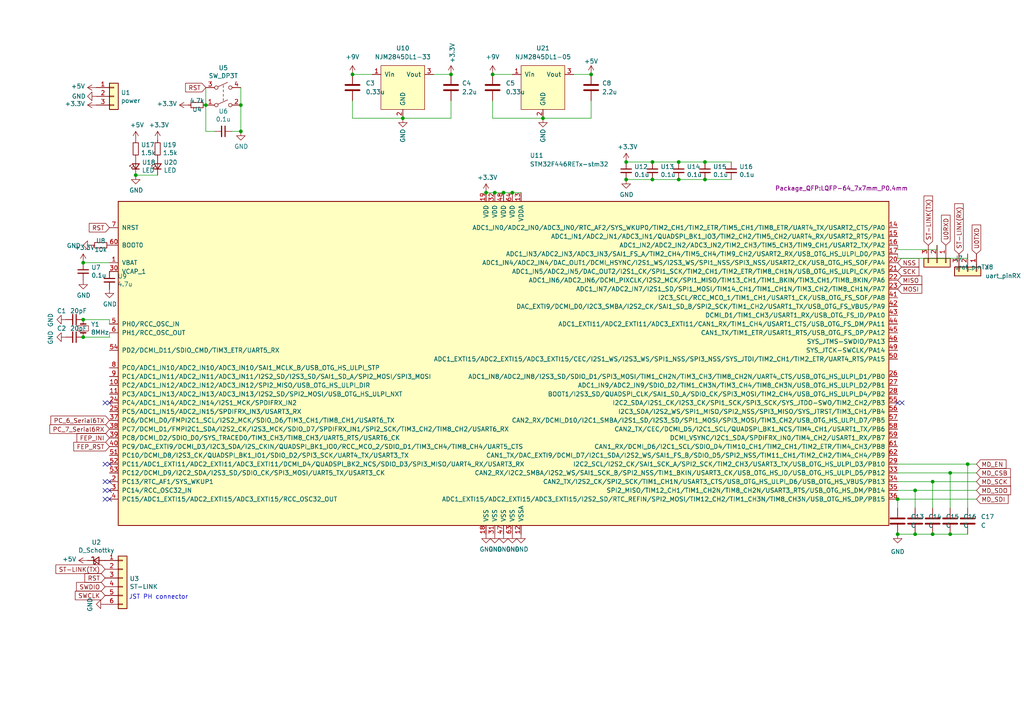
<source format=kicad_sch>
(kicad_sch (version 20230121) (generator eeschema)
  (paper "A4")
  (lib_symbols
    (symbol "+5V_1" (power) (pin_names (offset 0))
      (property "Value" "+5V_1" (at 0 3.556 0))
      (symbol "+5V_1_0_1"
        (polyline (pts (xy -0.762 1.27) (xy 0 2.54)))
        (polyline (pts (xy 0 0) (xy 0 2.54)))
        (polyline (pts (xy 0 2.54) (xy 0.762 1.27)))
      )
      (symbol "+5V_1_1_1"
        (pin power_in line (at 0 0 90) (length 0) hide (name "+5V") (number "1"))
      )
    )
    (symbol "+9V_2" (power) (pin_names (offset 0))
      (property "Value" "+9V_2" (at 0 3.556 0))
      (symbol "+9V_2_0_1"
        (polyline (pts (xy -0.762 1.27) (xy 0 2.54)))
        (polyline (pts (xy 0 0) (xy 0 2.54)))
        (polyline (pts (xy 0 2.54) (xy 0.762 1.27)))
      )
      (symbol "+9V_2_1_1"
        (pin power_in line (at 0 0 90) (length 0) hide (name "+9V") (number "1"))
      )
    )
    (symbol "Connector_Generic:Conn_01x03" (pin_names (offset 1.016) hide)
      (property "Reference" "J" (at 0 5.08 0))
      (property "Value" "Conn_01x03" (at 0 -5.08 0))
      (symbol "Conn_01x03_1_1"
        (rectangle (start -1.27 -2.413) (end 0 -2.667) (stroke (width 0.1524)))
        (rectangle (start -1.27 0.127) (end 0 -0.127) (stroke (width 0.1524)))
        (rectangle (start -1.27 2.667) (end 0 2.413) (stroke (width 0.1524)))
        (rectangle (start -1.27 3.81) (end 1.27 -3.81) (stroke (width 0.254)) (fill (type background)))
        (pin passive line (at -5.08 2.54 0) (length 3.81) (name "Pin_1") (number "1"))
        (pin passive line (at -5.08 0 0) (length 3.81) (name "Pin_2") (number "2"))
        (pin passive line (at -5.08 -2.54 0) (length 3.81) (name "Pin_3") (number "3"))
      )
    )
    (symbol "Connector_Generic:Conn_01x06" (pin_names (offset 1.016) hide)
      (property "Reference" "J" (at 0 7.62 0))
      (property "Value" "Conn_01x06" (at 0 -10.16 0))
      (symbol "Conn_01x06_1_1"
        (rectangle (start -1.27 -7.493) (end 0 -7.747) (stroke (width 0.1524)))
        (rectangle (start -1.27 -4.953) (end 0 -5.207) (stroke (width 0.1524)))
        (rectangle (start -1.27 -2.413) (end 0 -2.667) (stroke (width 0.1524)))
        (rectangle (start -1.27 0.127) (end 0 -0.127) (stroke (width 0.1524)))
        (rectangle (start -1.27 2.667) (end 0 2.413) (stroke (width 0.1524)))
        (rectangle (start -1.27 5.207) (end 0 4.953) (stroke (width 0.1524)))
        (rectangle (start -1.27 6.35) (end 1.27 -8.89) (stroke (width 0.254)) (fill (type background)))
        (pin passive line (at -5.08 5.08 0) (length 3.81) (name "Pin_1") (number "1"))
        (pin passive line (at -5.08 2.54 0) (length 3.81) (name "Pin_2") (number "2"))
        (pin passive line (at -5.08 0 0) (length 3.81) (name "Pin_3") (number "3"))
        (pin passive line (at -5.08 -2.54 0) (length 3.81) (name "Pin_4") (number "4"))
        (pin passive line (at -5.08 -5.08 0) (length 3.81) (name "Pin_5") (number "5"))
        (pin passive line (at -5.08 -7.62 0) (length 3.81) (name "Pin_6") (number "6"))
      )
    )
    (symbol "Device:C" (pin_numbers hide) (pin_names (offset 0.254))
      (property "Reference" "C" (at 0.635 2.54 0))
      (property "Value" "C" (at 0.635 -2.54 0))
      (symbol "C_0_1"
        (polyline (pts (xy -2.032 -0.762) (xy 2.032 -0.762)) (stroke (width 0.508)))
        (polyline (pts (xy -2.032 0.762) (xy 2.032 0.762)) (stroke (width 0.508)))
      )
      (symbol "C_1_1"
        (pin passive line (at 0 3.81 270) (length 2.794) (name "~") (number "1"))
        (pin passive line (at 0 -3.81 90) (length 2.794) (name "~") (number "2"))
      )
    )
    (symbol "Device:C_Small" (pin_numbers hide) (pin_names (offset 0.254) hide)
      (property "Reference" "C" (at 0.254 1.778 0))
      (property "Value" "C_Small" (at 0.254 -2.032 0))
      (symbol "C_Small_0_1"
        (polyline (pts (xy -1.524 -0.508) (xy 1.524 -0.508)) (stroke (width 0.3302)))
        (polyline (pts (xy -1.524 0.508) (xy 1.524 0.508)) (stroke (width 0.3048)))
      )
      (symbol "C_Small_1_1"
        (pin passive line (at 0 2.54 270) (length 2.032) (name "~") (number "1"))
        (pin passive line (at 0 -2.54 90) (length 2.032) (name "~") (number "2"))
      )
    )
    (symbol "Device:Crystal_Small" (pin_numbers hide) (pin_names (offset 1.016) hide)
      (property "Reference" "Y" (at 0 2.54 0))
      (property "Value" "Crystal_Small" (at 0 -2.54 0))
      (symbol "Crystal_Small_0_1"
        (rectangle (start -0.762 -1.524) (end 0.762 1.524))
        (polyline (pts (xy -1.27 -0.762) (xy -1.27 0.762)) (stroke (width 0.381)))
        (polyline (pts (xy 1.27 -0.762) (xy 1.27 0.762)) (stroke (width 0.381)))
      )
      (symbol "Crystal_Small_1_1"
        (pin passive line (at -2.54 0 0) (length 1.27) (name "1") (number "1"))
        (pin passive line (at 2.54 0 180) (length 1.27) (name "2") (number "2"))
      )
    )
    (symbol "Device:D_Schottky_Small" (pin_numbers hide) (pin_names (offset 0.254) hide)
      (property "Reference" "D" (at -1.27 2.032 0))
      (property "Value" "D_Schottky_Small" (at -7.112 -2.032 0))
      (symbol "D_Schottky_Small_0_1"
        (polyline (pts (xy -0.762 0) (xy 0.762 0)))
        (polyline (pts (xy 0.762 -1.016) (xy -0.762 0) (xy 0.762 1.016) (xy 0.762 -1.016)) (stroke (width 0.254)))
        (polyline (pts (xy -1.27 0.762) (xy -1.27 1.016) (xy -0.762 1.016) (xy -0.762 -1.016) (xy -0.254 -1.016) (xy -0.254 -0.762)) (stroke (width 0.254)))
      )
      (symbol "D_Schottky_Small_1_1"
        (pin passive line (at -2.54 0 0) (length 1.778) (name "K") (number "1"))
        (pin passive line (at 2.54 0 180) (length 1.778) (name "A") (number "2"))
      )
    )
    (symbol "Device:LED_Small" (pin_numbers hide) (pin_names (offset 0.254) hide)
      (property "Reference" "D" (at -1.27 3.175 0))
      (property "Value" "LED_Small" (at -4.445 -2.54 0))
      (symbol "LED_Small_0_1"
        (polyline (pts (xy -0.762 -1.016) (xy -0.762 1.016)) (stroke (width 0.254)))
        (polyline (pts (xy 1.016 0) (xy -0.762 0)))
        (polyline (pts (xy 0.762 -1.016) (xy -0.762 0) (xy 0.762 1.016) (xy 0.762 -1.016)) (stroke (width 0.254)))
        (polyline (pts (xy 0 0.762) (xy -0.508 1.27) (xy -0.254 1.27) (xy -0.508 1.27) (xy -0.508 1.016)))
        (polyline (pts (xy 0.508 1.27) (xy 0 1.778) (xy 0.254 1.778) (xy 0 1.778) (xy 0 1.524)))
      )
      (symbol "LED_Small_1_1"
        (pin passive line (at -2.54 0 0) (length 1.778) (name "K") (number "1"))
        (pin passive line (at 2.54 0 180) (length 1.778) (name "A") (number "2"))
      )
    )
    (symbol "Device:R_Small" (pin_numbers hide) (pin_names (offset 0.254) hide)
      (property "Reference" "R" (at 0.762 0.508 0))
      (property "Value" "R_Small" (at 0.762 -1.016 0))
      (symbol "R_Small_0_1"
        (rectangle (start -0.762 1.778) (end 0.762 -1.778) (stroke (width 0.2032)))
      )
      (symbol "R_Small_1_1"
        (pin passive line (at 0 2.54 270) (length 0.762) (name "~") (number "1"))
        (pin passive line (at 0 -2.54 90) (length 0.762) (name "~") (number "2"))
      )
    )
    (symbol "NagaokaSymbol2023:NJM2845DL1-33_new" (pin_names (offset 1.016))
      (property "Reference" "U" (at 7.62 3.81 0))
      (property "Value" "NJM2845DL1-33_new" (at 8.89 1.27 0))
      (symbol "NJM2845DL1-33_new_0_1"
        (rectangle (start 15.24 0) (end 2.54 -12.7) (fill (type background)))
      )
      (symbol "NJM2845DL1-33_new_1_1"
        (pin passive line (at 0 -2.54 0) (length 2.54) (name "Vin") (number "1"))
        (pin passive line (at 8.89 -15.24 90) (length 2.54) (name "GND") (number "2"))
        (pin passive line (at 17.78 -2.54 180) (length 2.54) (name "Vout") (number "3"))
      )
    )
    (symbol "Switch:SW_DPST" (pin_names (offset 0) hide)
      (property "Reference" "SW" (at 0 5.08 0))
      (property "Value" "SW_DPST" (at 0 -5.08 0))
      (symbol "SW_DPST_0_0"
        (circle (center -2.032 -2.54) (radius 0.508))
        (circle (center -2.032 2.54) (radius 0.508))
        (polyline (pts (xy -1.524 -2.286) (xy 1.27 -1.016)))
        (polyline (pts (xy -1.524 2.794) (xy 1.27 4.064)))
        (polyline (pts (xy 0 -1.27) (xy 0 -0.635)))
        (polyline (pts (xy 0 0) (xy 0 0.635)))
        (polyline (pts (xy 0 1.27) (xy 0 1.905)))
        (polyline (pts (xy 0 2.54) (xy 0 3.175)))
        (circle (center 2.032 -2.54) (radius 0.508))
        (circle (center 2.032 2.54) (radius 0.508))
      )
      (symbol "SW_DPST_1_1"
        (pin passive line (at -5.08 -2.54 0) (length 2.54) (name "1") (number "1"))
        (pin passive line (at 5.08 -2.54 180) (length 2.54) (name "2") (number "2"))
        (pin passive line (at -5.08 2.54 0) (length 2.54) (name "3") (number "3"))
        (pin passive line (at 5.08 2.54 180) (length 2.54) (name "4") (number "4"))
      )
    )
    (symbol "Symbol_Monkey:NJM2845DL1-33" (pin_names (offset 1.016))
      (property "Reference" "U" (at 7.62 3.81 0))
      (property "Value" "NJM2845DL1-33" (at 8.89 1.27 0))
      (symbol "NJM2845DL1-33_0_1"
        (rectangle (start 15.24 0) (end 2.54 -12.7) (fill (type background)))
      )
      (symbol "NJM2845DL1-33_1_1"
        (pin passive line (at 0 -2.54 0) (length 2.54) (name "Vin") (number "1"))
        (pin passive line (at 8.89 -15.24 90) (length 2.54) (name "GND") (number "2"))
        (pin passive line (at 17.78 -2.54 180) (length 2.54) (name "Vout") (number "3"))
      )
    )
    (symbol "Symbol_nishi:STM32F446RETx-stm32" (pin_names (offset 1.016))
      (property "Reference" "U" (at -111.76 48.895 0))
      (property "Value" "STM32F446RETx-stm32" (at 111.76 48.895 0))
      (property "Footprint" "LQFP64" (at 111.76 47.625 0))
      (symbol "STM32F446RETx-stm32_0_1"
        (rectangle (start -111.76 -45.72) (end 111.76 48.26) (stroke (width 0.254)) (fill (type background)))
      )
      (symbol "STM32F446RETx-stm32_1_1"
        (pin power_in line (at -114.3 30.48 0) (length 2.54) (name "VBAT") (number "1"))
        (pin bidirectional line (at -114.3 -5.08 0) (length 2.54) (name "PC2/ADC1_IN12/ADC2_IN12/ADC3_IN12/SPI2_MISO/USB_OTG_HS_ULPI_DIR") (number "10"))
        (pin bidirectional line (at -114.3 -7.62 0) (length 2.54) (name "PC3/ADC1_IN13/ADC2_IN13/ADC3_IN13/I2S2_SD/SPI2_MOSI/USB_OTG_HS_ULPI_NXT") (number "11"))
        (pin power_in line (at 5.08 -48.26 90) (length 2.54) (name "VSSA") (number "12"))
        (pin power_in line (at 5.08 50.8 270) (length 2.54) (name "VDDA") (number "13"))
        (pin bidirectional line (at 114.3 40.64 180) (length 2.54) (name "ADC1_IN0/ADC2_IN0/ADC3_IN0/RTC_AF2/SYS_WKUP0/TIM2_CH1/TIM2_ETR/TIM5_CH1/TIM8_ETR/UART4_TX/USART2_CTS/PA0") (number "14"))
        (pin bidirectional line (at 114.3 38.1 180) (length 2.54) (name "ADC1_IN1/ADC2_IN1/ADC3_IN1/QUADSPI_BK1_IO3/TIM2_CH2/TIM5_CH2/UART4_RX/USART2_RTS/PA1") (number "15"))
        (pin bidirectional line (at 114.3 35.56 180) (length 2.54) (name "ADC1_IN2/ADC2_IN2/ADC3_IN2/TIM2_CH3/TIM5_CH3/TIM9_CH1/USART2_TX/PA2") (number "16"))
        (pin bidirectional line (at 114.3 33.02 180) (length 2.54) (name "ADC1_IN3/ADC2_IN3/ADC3_IN3/SAI1_FS_A/TIM2_CH4/TIM5_CH4/TIM9_CH2/USART2_RX/USB_OTG_HS_ULPI_D0/PA3") (number "17"))
        (pin power_in line (at -5.08 -48.26 90) (length 2.54) (name "VSS") (number "18"))
        (pin power_in line (at -5.08 50.8 270) (length 2.54) (name "VDD") (number "19"))
        (pin bidirectional line (at -114.3 -33.02 0) (length 2.54) (name "PC13/RTC_AF1/SYS_WKUP1") (number "2"))
        (pin bidirectional line (at 114.3 30.48 180) (length 2.54) (name "ADC1_IN4/ADC2_IN4/DAC_OUT1/DCMI_HSYNC/I2S1_WS/I2S3_WS/SPI1_NSS/SPI3_NSS/USART2_CK/USB_OTG_HS_SOF/PA4") (number "20"))
        (pin bidirectional line (at 114.3 27.94 180) (length 2.54) (name "ADC1_IN5/ADC2_IN5/DAC_OUT2/I2S1_CK/SPI1_SCK/TIM2_CH1/TIM2_ETR/TIM8_CH1N/USB_OTG_HS_ULPI_CK/PA5") (number "21"))
        (pin bidirectional line (at 114.3 25.4 180) (length 2.54) (name "ADC1_IN6/ADC2_IN6/DCMI_PIXCLK/I2S2_MCK/SPI1_MISO/TIM13_CH1/TIM1_BKIN/TIM3_CH1/TIM8_BKIN/PA6") (number "22"))
        (pin bidirectional line (at 114.3 22.86 180) (length 2.54) (name "ADC1_IN7/ADC2_IN7/I2S1_SD/SPI1_MOSI/TIM14_CH1/TIM1_CH1N/TIM3_CH2/TIM8_CH1N/PA7") (number "23"))
        (pin bidirectional line (at -114.3 -10.16 0) (length 2.54) (name "PC4/ADC1_IN14/ADC2_IN14/I2S1_MCK/SPDIFRX_IN2") (number "24"))
        (pin bidirectional line (at -114.3 -12.7 0) (length 2.54) (name "PC5/ADC1_IN15/ADC2_IN15/SPDIFRX_IN3/USART3_RX") (number "25"))
        (pin bidirectional line (at 114.3 -2.54 180) (length 2.54) (name "ADC1_IN8/ADC2_IN8/I2S3_SD/SDIO_D1/SPI3_MOSI/TIM1_CH2N/TIM3_CH3/TIM8_CH2N/UART4_CTS/USB_OTG_HS_ULPI_D1/PB0") (number "26"))
        (pin bidirectional line (at 114.3 -5.08 180) (length 2.54) (name "ADC1_IN9/ADC2_IN9/SDIO_D2/TIM1_CH3N/TIM3_CH4/TIM8_CH3N/USB_OTG_HS_ULPI_D2/PB1") (number "27"))
        (pin bidirectional line (at 114.3 -7.62 180) (length 2.54) (name "BOOT1/I2S3_SD/QUADSPI_CLK/SAI1_SD_A/SDIO_CK/SPI3_MOSI/TIM2_CH4/USB_OTG_HS_ULPI_D4/PB2") (number "28"))
        (pin bidirectional line (at 114.3 -27.94 180) (length 2.54) (name "I2C2_SCL/I2S2_CK/SAI1_SCK_A/SPI2_SCK/TIM2_CH3/USART3_TX/USB_OTG_HS_ULPI_D3/PB10") (number "29"))
        (pin bidirectional line (at -114.3 -35.56 0) (length 2.54) (name "PC14/RCC_OSC32_IN") (number "3"))
        (pin power_in line (at -114.3 27.94 0) (length 2.54) (name "VCAP_1") (number "30"))
        (pin power_in line (at -2.54 -48.26 90) (length 2.54) (name "VSS") (number "31"))
        (pin power_in line (at -2.54 50.8 270) (length 2.54) (name "VDD") (number "32"))
        (pin bidirectional line (at 114.3 -30.48 180) (length 2.54) (name "CAN2_RX/I2C2_SMBA/I2S2_WS/SAI1_SCK_B/SPI2_NSS/TIM1_BKIN/USART3_CK/USB_OTG_HS_ID/USB_OTG_HS_ULPI_D5/PB12") (number "33"))
        (pin bidirectional line (at 114.3 -33.02 180) (length 2.54) (name "CAN2_TX/I2S2_CK/SPI2_SCK/TIM1_CH1N/USART3_CTS/USB_OTG_HS_ULPI_D6/USB_OTG_HS_VBUS/PB13") (number "34"))
        (pin bidirectional line (at 114.3 -35.56 180) (length 2.54) (name "SPI2_MISO/TIM12_CH1/TIM1_CH2N/TIM8_CH2N/USART3_RTS/USB_OTG_HS_DM/PB14") (number "35"))
        (pin bidirectional line (at 114.3 -38.1 180) (length 2.54) (name "ADC1_EXTI15/ADC2_EXTI15/ADC3_EXTI15/I2S2_SD/RTC_REFIN/SPI2_MOSI/TIM12_CH2/TIM1_CH3N/TIM8_CH3N/USB_OTG_HS_DP/PB15") (number "36"))
        (pin bidirectional line (at -114.3 -15.24 0) (length 2.54) (name "PC6/DCMI_D0/FMPI2C1_SCL/I2S2_MCK/SDIO_D6/TIM3_CH1/TIM8_CH1/USART6_TX") (number "37"))
        (pin bidirectional line (at -114.3 -17.78 0) (length 2.54) (name "PC7/DCMI_D1/FMPI2C1_SDA/I2S2_CK/I2S3_MCK/SDIO_D7/SPDIFRX_IN1/SPI2_SCK/TIM3_CH2/TIM8_CH2/USART6_RX") (number "38"))
        (pin bidirectional line (at -114.3 -20.32 0) (length 2.54) (name "PC8/DCMI_D2/SDIO_D0/SYS_TRACED0/TIM3_CH3/TIM8_CH3/UART5_RTS/USART6_CK") (number "39"))
        (pin bidirectional line (at -114.3 -38.1 0) (length 2.54) (name "PC15/ADC1_EXTI15/ADC2_EXTI15/ADC3_EXTI15/RCC_OSC32_OUT") (number "4"))
        (pin bidirectional line (at -114.3 -22.86 0) (length 2.54) (name "PC9/DAC_EXTI9/DCMI_D3/I2C3_SDA/I2S_CKIN/QUADSPI_BK1_IO0/RCC_MCO_2/SDIO_D1/TIM3_CH4/TIM8_CH4/UART5_CTS") (number "40"))
        (pin bidirectional line (at 114.3 20.32 180) (length 2.54) (name "I2C3_SCL/RCC_MCO_1/TIM1_CH1/USART1_CK/USB_OTG_FS_SOF/PA8") (number "41"))
        (pin bidirectional line (at 114.3 17.78 180) (length 2.54) (name "DAC_EXTI9/DCMI_D0/I2C3_SMBA/I2S2_CK/SAI1_SD_B/SPI2_SCK/TIM1_CH2/USART1_TX/USB_OTG_FS_VBUS/PA9") (number "42"))
        (pin bidirectional line (at 114.3 15.24 180) (length 2.54) (name "DCMI_D1/TIM1_CH3/USART1_RX/USB_OTG_FS_ID/PA10") (number "43"))
        (pin bidirectional line (at 114.3 12.7 180) (length 2.54) (name "ADC1_EXTI11/ADC2_EXTI11/ADC3_EXTI11/CAN1_RX/TIM1_CH4/USART1_CTS/USB_OTG_FS_DM/PA11") (number "44"))
        (pin bidirectional line (at 114.3 10.16 180) (length 2.54) (name "CAN1_TX/TIM1_ETR/USART1_RTS/USB_OTG_FS_DP/PA12") (number "45"))
        (pin bidirectional line (at 114.3 7.62 180) (length 2.54) (name "SYS_JTMS-SWDIO/PA13") (number "46"))
        (pin power_in line (at 0 -48.26 90) (length 2.54) (name "VSS") (number "47"))
        (pin power_in line (at 0 50.8 270) (length 2.54) (name "VDD") (number "48"))
        (pin bidirectional line (at 114.3 5.08 180) (length 2.54) (name "SYS_JTCK-SWCLK/PA14") (number "49"))
        (pin input line (at -114.3 12.7 0) (length 2.54) (name "PH0/RCC_OSC_IN") (number "5"))
        (pin bidirectional line (at 114.3 2.54 180) (length 2.54) (name "ADC1_EXTI15/ADC2_EXTI15/ADC3_EXTI15/CEC/I2S1_WS/I2S3_WS/SPI1_NSS/SPI3_NSS/SYS_JTDI/TIM2_CH1/TIM2_ETR/UART4_RTS/PA15") (number "50"))
        (pin bidirectional line (at -114.3 -25.4 0) (length 2.54) (name "PC10/DCMI_D8/I2S3_CK/QUADSPI_BK1_IO1/SDIO_D2/SPI3_SCK/UART4_TX/USART3_TX") (number "51"))
        (pin bidirectional line (at -114.3 -27.94 0) (length 2.54) (name "PC11/ADC1_EXTI11/ADC2_EXTI11/ADC3_EXTI11/DCMI_D4/QUADSPI_BK2_NCS/SDIO_D3/SPI3_MISO/UART4_RX/USART3_RX") (number "52"))
        (pin bidirectional line (at -114.3 -30.48 0) (length 2.54) (name "PC12/DCMI_D9/I2C2_SDA/I2S3_SD/SDIO_CK/SPI3_MOSI/UART5_TX/USART3_CK") (number "53"))
        (pin bidirectional line (at -114.3 5.08 0) (length 2.54) (name "PD2/DCMI_D11/SDIO_CMD/TIM3_ETR/UART5_RX") (number "54"))
        (pin bidirectional line (at 114.3 -10.16 180) (length 2.54) (name "I2C2_SDA/I2S1_CK/I2S3_CK/SPI1_SCK/SPI3_SCK/SYS_JTDO-SWO/TIM2_CH2/PB3") (number "55"))
        (pin bidirectional line (at 114.3 -12.7 180) (length 2.54) (name "I2C3_SDA/I2S2_WS/SPI1_MISO/SPI2_NSS/SPI3_MISO/SYS_JTRST/TIM3_CH1/PB4") (number "56"))
        (pin bidirectional line (at 114.3 -15.24 180) (length 2.54) (name "CAN2_RX/DCMI_D10/I2C1_SMBA/I2S1_SD/I2S3_SD/SPI1_MOSI/SPI3_MOSI/TIM3_CH2/USB_OTG_HS_ULPI_D7/PB5") (number "57"))
        (pin bidirectional line (at 114.3 -17.78 180) (length 2.54) (name "CAN2_TX/CEC/DCMI_D5/I2C1_SCL/QUADSPI_BK1_NCS/TIM4_CH1/USART1_TX/PB6") (number "58"))
        (pin bidirectional line (at 114.3 -20.32 180) (length 2.54) (name "DCMI_VSYNC/I2C1_SDA/SPDIFRX_IN0/TIM4_CH2/USART1_RX/PB7") (number "59"))
        (pin input line (at -114.3 10.16 0) (length 2.54) (name "PH1/RCC_OSC_OUT") (number "6"))
        (pin input line (at -114.3 35.56 0) (length 2.54) (name "BOOT0") (number "60"))
        (pin bidirectional line (at 114.3 -22.86 180) (length 2.54) (name "CAN1_RX/DCMI_D6/I2C1_SCL/SDIO_D4/TIM10_CH1/TIM2_CH1/TIM2_ETR/TIM4_CH3/PB8") (number "61"))
        (pin bidirectional line (at 114.3 -25.4 180) (length 2.54) (name "CAN1_TX/DAC_EXTI9/DCMI_D7/I2C1_SDA/I2S2_WS/SAI1_FS_B/SDIO_D5/SPI2_NSS/TIM11_CH1/TIM2_CH2/TIM4_CH4/PB9") (number "62"))
        (pin power_in line (at 2.54 -48.26 90) (length 2.54) (name "VSS") (number "63"))
        (pin power_in line (at 2.54 50.8 270) (length 2.54) (name "VDD") (number "64"))
        (pin input line (at -114.3 40.64 0) (length 2.54) (name "NRST") (number "7"))
        (pin bidirectional line (at -114.3 0 0) (length 2.54) (name "PC0/ADC1_IN10/ADC2_IN10/ADC3_IN10/SAI1_MCLK_B/USB_OTG_HS_ULPI_STP") (number "8"))
        (pin bidirectional line (at -114.3 -2.54 0) (length 2.54) (name "PC1/ADC1_IN11/ADC2_IN11/ADC3_IN11/I2S2_SD/I2S3_SD/SAI1_SD_A/SPI2_MOSI/SPI3_MOSI") (number "9"))
      )
    )
    (symbol "power:+3.3V" (power) (pin_names (offset 0))
      (property "Value" "+3.3V" (at 0 3.556 0))
      (symbol "+3.3V_0_1"
        (polyline (pts (xy -0.762 1.27) (xy 0 2.54)))
        (polyline (pts (xy 0 0) (xy 0 2.54)))
        (polyline (pts (xy 0 2.54) (xy 0.762 1.27)))
      )
      (symbol "+3.3V_1_1"
        (pin power_in line (at 0 0 90) (length 0) hide (name "+3.3V") (number "1"))
      )
    )
    (symbol "power:+5V" (power) (pin_names (offset 0))
      (property "Value" "+5V" (at 0 3.556 0))
      (symbol "+5V_0_1"
        (polyline (pts (xy -0.762 1.27) (xy 0 2.54)))
        (polyline (pts (xy 0 0) (xy 0 2.54)))
        (polyline (pts (xy 0 2.54) (xy 0.762 1.27)))
      )
      (symbol "+5V_1_1"
        (pin power_in line (at 0 0 90) (length 0) hide (name "+5V") (number "1"))
      )
    )
    (symbol "power:GND" (power) (pin_names (offset 0))
      (property "Value" "GND" (at 0 -3.81 0))
      (symbol "GND_0_1"
        (polyline (pts (xy 0 0) (xy 0 -1.27) (xy 1.27 -1.27) (xy 0 -2.54) (xy -1.27 -1.27) (xy 0 -1.27)))
      )
      (symbol "GND_1_1"
        (pin power_in line (at 0 0 270) (length 0) hide (name "GND") (number "1"))
      )
    )
  )
  (junction (at 275.59 154.94))
  (junction (at 196.85 46.99))
  (junction (at 260.35 154.94))
  (junction (at 265.43 154.94))
  (junction (at 265.43 142.24))
  (junction (at 148.59 55.88))
  (junction (at 270.51 154.94))
  (junction (at 24.13 76.2))
  (junction (at 270.51 139.7))
  (junction (at 130.81 21.59))
  (junction (at 142.875 21.59))
  (junction (at 181.61 46.99))
  (junction (at 146.05 55.88))
  (junction (at 204.47 52.07))
  (junction (at 189.23 46.99))
  (junction (at 39.37 50.8))
  (junction (at 157.48 34.29))
  (junction (at 24.13 92.71))
  (junction (at 140.97 55.88))
  (junction (at 181.61 52.07))
  (junction (at 69.85 30.48))
  (junction (at 280.67 134.62))
  (junction (at 69.85 38.1))
  (junction (at 59.69 30.48))
  (junction (at 204.47 46.99))
  (junction (at 24.13 97.79))
  (junction (at 171.45 21.59))
  (junction (at 189.23 52.07))
  (junction (at 102.235 21.59))
  (junction (at 196.85 52.07))
  (junction (at 143.51 55.88))
  (junction (at 260.35 144.78))
  (junction (at 116.84 34.29))
  (junction (at 275.59 137.16))
  (no_connect (at 31.75 116.84))
  (no_connect (at 30.48 144.78))
  (no_connect (at 261.62 116.84))
  (no_connect (at 31.75 134.62))
  (no_connect (at 30.48 142.24))
  (no_connect (at 30.48 116.84))
  (no_connect (at 30.48 134.62))
  (no_connect (at 31.75 144.78))
  (no_connect (at 30.48 139.7))
  (no_connect (at 31.75 139.7))
  (no_connect (at 31.75 142.24))
  (no_connect (at 260.35 116.84))
  (wire (pts (xy 69.85 25.4) (xy 69.85 30.48)))
  (wire (pts (xy 102.235 21.59) (xy 107.95 21.59)))
  (wire (pts (xy 69.85 30.48) (xy 69.85 38.1)))
  (wire (pts (xy 275.59 147.32) (xy 275.59 137.16)))
  (wire (pts (xy 271.78 72.39) (xy 271.78 71.12)))
  (wire (pts (xy 171.45 21.59) (xy 166.37 21.59)))
  (wire (pts (xy 31.75 92.71) (xy 24.13 92.71)))
  (wire (pts (xy 142.875 29.21) (xy 142.875 34.29)))
  (wire (pts (xy 171.45 29.21) (xy 171.45 34.29)))
  (wire (pts (xy 148.59 55.88) (xy 151.13 55.88)))
  (wire (pts (xy 204.47 52.07) (xy 196.85 52.07)))
  (wire (pts (xy 270.51 147.32) (xy 270.51 139.7)))
  (wire (pts (xy 270.51 154.94) (xy 275.59 154.94)))
  (wire (pts (xy 31.75 97.79) (xy 31.75 96.52)))
  (wire (pts (xy 275.59 154.94) (xy 280.67 154.94)))
  (wire (pts (xy 59.69 38.1) (xy 62.23 38.1)))
  (wire (pts (xy 280.67 134.62) (xy 283.21 134.62)))
  (wire (pts (xy 275.59 137.16) (xy 283.21 137.16)))
  (wire (pts (xy 260.35 144.78) (xy 283.21 144.78)))
  (wire (pts (xy 102.235 34.29) (xy 116.84 34.29)))
  (wire (pts (xy 143.51 55.88) (xy 146.05 55.88)))
  (wire (pts (xy 24.13 97.79) (xy 31.75 97.79)))
  (wire (pts (xy 260.35 134.62) (xy 280.67 134.62)))
  (wire (pts (xy 31.75 76.2) (xy 24.13 76.2)))
  (wire (pts (xy 69.85 38.1) (xy 67.31 38.1)))
  (wire (pts (xy 265.43 154.94) (xy 270.51 154.94)))
  (wire (pts (xy 130.81 34.29) (xy 116.84 34.29)))
  (wire (pts (xy 140.97 55.88) (xy 143.51 55.88)))
  (wire (pts (xy 260.35 71.12) (xy 260.35 72.39)))
  (wire (pts (xy 196.85 46.99) (xy 189.23 46.99)))
  (wire (pts (xy 102.235 29.21) (xy 102.235 34.29)))
  (wire (pts (xy 260.35 137.16) (xy 275.59 137.16)))
  (wire (pts (xy 59.69 30.48) (xy 59.69 38.1)))
  (wire (pts (xy 280.67 134.62) (xy 280.67 147.32)))
  (wire (pts (xy 260.35 147.32) (xy 260.35 144.78)))
  (wire (pts (xy 260.35 74.93) (xy 280.67 74.93)))
  (wire (pts (xy 142.875 34.29) (xy 157.48 34.29)))
  (wire (pts (xy 125.73 21.59) (xy 130.81 21.59)))
  (wire (pts (xy 280.67 74.93) (xy 280.67 73.66)))
  (wire (pts (xy 260.35 74.93) (xy 260.35 73.66)))
  (wire (pts (xy 142.875 21.59) (xy 148.59 21.59)))
  (wire (pts (xy 146.05 55.88) (xy 148.59 55.88)))
  (wire (pts (xy 270.51 139.7) (xy 283.21 139.7)))
  (wire (pts (xy 265.43 142.24) (xy 265.43 147.32)))
  (wire (pts (xy 130.81 29.21) (xy 130.81 34.29)))
  (wire (pts (xy 260.35 139.7) (xy 270.51 139.7)))
  (wire (pts (xy 157.48 34.29) (xy 171.45 34.29)))
  (wire (pts (xy 260.35 142.24) (xy 265.43 142.24)))
  (wire (pts (xy 181.61 46.99) (xy 189.23 46.99)))
  (wire (pts (xy 181.61 52.07) (xy 189.23 52.07)))
  (wire (pts (xy 265.43 142.24) (xy 283.21 142.24)))
  (wire (pts (xy 196.85 52.07) (xy 189.23 52.07)))
  (wire (pts (xy 59.69 25.4) (xy 59.69 30.48)))
  (wire (pts (xy 31.75 93.98) (xy 31.75 92.71)))
  (wire (pts (xy 212.09 52.07) (xy 204.47 52.07)))
  (wire (pts (xy 39.37 50.8) (xy 45.72 50.8)))
  (wire (pts (xy 212.09 46.99) (xy 204.47 46.99)))
  (wire (pts (xy 204.47 46.99) (xy 196.85 46.99)))
  (wire (pts (xy 260.35 154.94) (xy 265.43 154.94)))
  (wire (pts (xy 260.35 72.39) (xy 271.78 72.39)))
  (text "JST PH connector" (at 54.61 173.99 0) (effects (font (size 1.27 1.27)) (justify right bottom)))
  (global_label "SCK" (shape input) (at 260.35 78.74 0) (property "Intersheetrefs" "${INTERSHEET_REFS}" (effects hide)))
  (global_label "MOSI" (shape input) (at 260.35 83.82 0) (property "Intersheetrefs" "${INTERSHEET_REFS}" (effects hide)))
  (global_label "SWCLK" (shape input) (at 30.48 172.72 180) (property "Intersheetrefs" "${INTERSHEET_REFS}" (effects hide)))
  (global_label "MD_SDI" (shape input) (at 283.21 144.78 0) (property "Intersheetrefs" "${INTERSHEET_REFS}" (effects hide)))
  (global_label "NSS" (shape input) (at 260.35 76.2 0) (property "Intersheetrefs" "${INTERSHEET_REFS}" (effects hide)))
  (global_label "ST-LINK(RX)" (shape input) (at 278.13 73.66 90) (property "Intersheetrefs" "${INTERSHEET_REFS}" (effects hide)))
  (global_label "ST-LINK(TX)" (shape input) (at 30.48 165.1 180) (property "Intersheetrefs" "${INTERSHEET_REFS}" (effects hide)))
  (global_label "MD_CSB" (shape input) (at 283.21 137.16 0) (property "Intersheetrefs" "${INTERSHEET_REFS}" (effects hide)))
  (global_label "FEP_INI" (shape input) (at 31.75 127 180) (property "Intersheetrefs" "${INTERSHEET_REFS}" (effects hide)))
  (global_label "ST-LINK(TX)" (shape input) (at 269.24 71.12 90) (property "Intersheetrefs" "${INTERSHEET_REFS}" (effects hide)))
  (global_label "MD_SDO" (shape input) (at 283.21 142.24 0) (property "Intersheetrefs" "${INTERSHEET_REFS}" (effects hide)))
  (global_label "MD_SCK" (shape input) (at 283.21 139.7 0) (property "Intersheetrefs" "${INTERSHEET_REFS}" (effects hide)))
  (global_label "RST" (shape input) (at 31.75 66.04 180) (property "Intersheetrefs" "${INTERSHEET_REFS}" (effects hide)))
  (global_label "RST" (shape input) (at 59.69 25.4 180) (property "Intersheetrefs" "${INTERSHEET_REFS}" (effects hide)))
  (global_label "MD_EN" (shape input) (at 283.21 134.62 0) (property "Intersheetrefs" "${INTERSHEET_REFS}" (effects hide)))
  (global_label "U0TXD" (shape input) (at 283.21 73.66 90) (property "Intersheetrefs" "${INTERSHEET_REFS}" (effects hide)))
  (global_label "SWDIO" (shape input) (at 30.48 170.18 180) (property "Intersheetrefs" "${INTERSHEET_REFS}" (effects hide)))
  (global_label "PC_6_Serial6TX" (shape input) (at 31.75 121.92 180) (property "Intersheetrefs" "${INTERSHEET_REFS}" (effects hide)) (property "シート間のリファレンス" "${INTERSHEET_REFS}" (effects hide)))
  (global_label "RST" (shape input) (at 30.48 167.64 180) (property "Intersheetrefs" "${INTERSHEET_REFS}" (effects hide)))
  (global_label "MISO" (shape input) (at 260.35 81.28 0) (property "Intersheetrefs" "${INTERSHEET_REFS}" (effects hide)))
  (global_label "PC_7_Serial6RX" (shape input) (at 31.75 124.46 180) (property "Intersheetrefs" "${INTERSHEET_REFS}" (effects hide)) (property "シート間のリファレンス" "${INTERSHEET_REFS}" (effects hide)))
  (global_label "U0RXD" (shape input) (at 274.32 71.12 90) (property "Intersheetrefs" "${INTERSHEET_REFS}" (effects hide)))
  (global_label "FEP_RST" (shape input) (at 31.75 129.54 180) (property "Intersheetrefs" "${INTERSHEET_REFS}" (effects hide)))
  (symbol (lib_id "power:GND") (at 181.61 52.07 0) (unit 1)
    (property "Reference" "#PWR026" (effects hide))
    (property "Value" "GND" (at 181.737 56.4642 0))
    (instances (project "M3rd_main_board" (path "" (reference "#PWR026") (unit 1)) (path "" (reference "#PWR059") (unit 1))))
  )
  (symbol (lib_id "Device:C") (at 171.45 25.4 0) (unit 1)
    (property "Reference" "C8" (at 174.625 24.1299 0) (effects (justify left)))
    (property "Value" "2.2u" (at 174.625 26.6699 0) (effects (justify left)))
    (property "Footprint" "Footprint_nishi:C_0805_2012" (effects hide))
    (instances (project "M3rd_main_board" (path "" (reference "C8") (unit 1)) (path "" (reference "C12") (unit 1))))
  )
  (symbol (lib_id "power:GND") (at 116.84 34.29 0) (unit 1)
    (property "Reference" "#U07" (effects hide))
    (property "Value" "GND" (at 116.84 39.37 90))
    (instances (project "M3rd_main_board" (path "" (reference "#U07") (unit 1)) (path "" (reference "#U08") (unit 1))))
  )
  (symbol (lib_id "Device:D_Schottky_Small") (at 27.94 162.56 0) (unit 1)
    (property "Reference" "U2" (at 27.94 157.3022 0))
    (property "Value" "D_Schottky" (at 27.94 159.6136 0))
    (property "Footprint" "Footprint_nishi:smd_diode_SOD-323_HandSoldering_cus10f30" (effects hide))
    (instances (project "M3rd_main_board" (path "" (reference "U2") (unit 1)) (path "" (reference "U8") (unit 1))))
  )
  (symbol (lib_id "Device:LED_Small") (at 45.72 48.26 90) (unit 1)
    (property "Reference" "U20" (at 47.498 47.0916 90) (effects (justify right)))
    (property "Value" "LED" (at 47.498 49.403 90) (effects (justify right)))
    (property "Footprint" "Footprint_nishi:LED_0603_1608" (effects hide))
    (instances (project "M3rd_main_board" (path "" (reference "U20") (unit 1)) (path "" (reference "U16") (unit 1))))
  )
  (symbol (lib_id "power:GND") (at 27.94 27.94 270) (unit 1)
    (property "Reference" "#U02" (effects hide))
    (property "Value" "GND" (at 22.86 27.94 90))
    (instances (project "M3rd_main_board" (path "" (reference "#U02") (unit 1)) (path "" (reference "#U05") (unit 1))))
  )
  (symbol (lib_id "Symbol_Monkey:NJM2845DL1-33") (at 107.95 19.05 0) (unit 1)
    (property "Reference" "U10" (at 116.84 13.97 0))
    (property "Value" "NJM2845DL1-33" (at 116.84 16.51 0))
    (property "Footprint" "Footprint_nishi:NJM2845DL1-33" (effects hide))
    (instances (project "M3rd_main_board" (path "" (reference "U10") (unit 1)) (path "" (reference "U20") (unit 1))))
  )
  (symbol (lib_id "Device:C_Small") (at 21.59 92.71 270) (unit 1)
    (property "Reference" "C1" (at 16.51 90.17 90) (effects (justify left)))
    (property "Value" "20pF" (at 20.32 90.17 90) (effects (justify left)))
    (property "Footprint" "Footprint_nishi:C_0805_2012" (effects hide))
    (instances (project "M3rd_main_board" (path "" (reference "C1") (unit 1)) (path "" (reference "C7") (unit 1))))
  )
  (symbol (lib_id "Device:C_Small") (at 212.09 49.53 0) (unit 1)
    (property "Reference" "U16" (at 214.4268 48.3616 0) (effects (justify left)))
    (property "Value" "0.1u" (at 214.4268 50.673 0) (effects (justify left)))
    (property "Footprint" "Footprint_nishi:C_0805_2012" (effects hide))
    (instances (project "M3rd_main_board" (path "" (reference "U16") (unit 1)) (path "" (reference "U27") (unit 1))))
  )
  (symbol (lib_id "Device:R_Small") (at 29.21 71.12 270) (unit 1)
    (property "Reference" "U8" (at 29.21 69.85 90))
    (property "Value" "10k" (at 29.21 72.39 90))
    (property "Footprint" "Footprint_nishi:R_0603_1608" (effects hide))
    (instances (project "M3rd_main_board" (path "" (reference "U8") (unit 1)) (path "" (reference "U9") (unit 1))))
  )
  (symbol (lib_id "Device:C_Small") (at 21.59 97.79 270) (unit 1)
    (property "Reference" "C2" (at 16.51 95.25 90) (effects (justify left)))
    (property "Value" "20pF" (at 20.32 95.25 90) (effects (justify left)))
    (property "Footprint" "Footprint_nishi:C_0805_2012" (effects hide))
    (instances (project "M3rd_main_board" (path "" (reference "C2") (unit 1)) (path "" (reference "C8") (unit 1))))
  )
  (symbol (lib_id "Device:C_Small") (at 181.61 49.53 0) (unit 1)
    (property "Reference" "U12" (at 183.9468 48.3616 0) (effects (justify left)))
    (property "Value" "0.1u" (at 183.9468 50.673 0) (effects (justify left)))
    (property "Footprint" "Footprint_nishi:C_0805_2012" (effects hide))
    (instances (project "M3rd_main_board" (path "" (reference "U12") (unit 1)) (path "" (reference "U23") (unit 1))))
  )
  (symbol (lib_id "Device:C_Small") (at 31.75 81.28 0) (unit 1)
    (property "Reference" "U9" (at 34.0868 80.1116 0) (effects (justify left)))
    (property "Value" "4.7u" (at 34.0868 82.423 0) (effects (justify left)))
    (property "Footprint" "Footprint_nishi:C_0805_2012" (effects hide))
    (instances (project "M3rd_main_board" (path "" (reference "U9") (unit 1)) (path "" (reference "U10") (unit 1))))
  )
  (symbol (lib_id "power:+5V") (at 39.37 40.64 0) (unit 1)
    (property "Reference" "#PWR028" (effects hide))
    (property "Value" "+5V" (at 39.751 36.2458 0))
    (instances (project "M3rd_main_board" (path "" (reference "#PWR028") (unit 1)) (path "" (reference "#PWR044") (unit 1))))
  )
  (symbol (lib_id "power:GND") (at 19.05 97.79 270) (unit 1)
    (property "Reference" "#PWR04" (effects hide))
    (property "Value" "GND" (at 14.6558 97.917 0))
    (instances (project "M3rd_main_board" (path "" (reference "#PWR04") (unit 1)) (path "" (reference "#PWR039") (unit 1))))
  )
  (symbol (lib_id "Device:C") (at 265.43 151.13 0) (unit 1)
    (property "Reference" "C14" (at 269.24 149.86 0) (effects (justify left)))
    (property "Value" "C" (at 269.24 152.4 0) (effects (justify left)))
    (property "Footprint" "Footprint_nishi:C_0805_2012" (effects hide))
  )
  (symbol (lib_id "Device:C") (at 130.81 25.4 0) (unit 1)
    (property "Reference" "C4" (at 133.985 24.1299 0) (effects (justify left)))
    (property "Value" "2.2u" (at 133.985 26.6699 0) (effects (justify left)))
    (property "Footprint" "Footprint_nishi:C_0805_2012" (effects hide))
    (instances (project "M3rd_main_board" (path "" (reference "C4") (unit 1)) (path "" (reference "C10") (unit 1))))
  )
  (symbol (lib_id "Device:C_Small") (at 24.13 78.74 0) (unit 1)
    (property "Reference" "U7" (at 26.4668 77.5716 0) (effects (justify left)))
    (property "Value" "0.1u" (at 26.4668 79.883 0) (effects (justify left)))
    (property "Footprint" "Footprint_nishi:C_0805_2012" (effects hide))
  )
  (symbol (lib_id "power:+3.3V") (at 45.72 40.64 0) (unit 1)
    (property "Reference" "#PWR030" (effects hide))
    (property "Value" "+3.3V" (at 46.101 36.2458 0))
    (instances (project "M3rd_main_board" (path "" (reference "#PWR030") (unit 1)) (path "" (reference "#PWR046") (unit 1))))
  )
  (symbol (lib_id "power:GND") (at 157.48 34.29 0) (unit 1)
    (property "Reference" "#U06" (effects hide))
    (property "Value" "GND" (at 157.48 39.37 90))
    (instances (project "M3rd_main_board" (path "" (reference "#U06") (unit 1)) (path "" (reference "#U010") (unit 1))))
  )
  (symbol (lib_id "Device:R_Small") (at 57.15 30.48 90) (unit 1)
    (property "Reference" "U4" (at 57.15 31.75 90))
    (property "Value" "4.7k" (at 57.15 29.21 90))
    (property "Footprint" "Footprint_nishi:R_0603_1608" (effects hide))
    (instances (project "M3rd_main_board" (path "" (reference "U4") (unit 1)) (path "" (reference "U17") (unit 1))))
  )
  (symbol (lib_id "Device:C") (at 275.59 151.13 0) (unit 1)
    (property "Reference" "C16" (at 279.4 149.86 0) (effects (justify left)))
    (property "Value" "C" (at 279.4 152.4 0) (effects (justify left)))
    (property "Footprint" "Footprint_nishi:C_0805_2012" (effects hide))
  )
  (symbol (lib_id "Device:C_Small") (at 196.85 49.53 0) (unit 1)
    (property "Reference" "U14" (at 199.1868 48.3616 0) (effects (justify left)))
    (property "Value" "0.1u" (at 199.1868 50.673 0) (effects (justify left)))
    (property "Footprint" "Footprint_nishi:C_0805_2012" (effects hide))
    (instances (project "M3rd_main_board" (path "" (reference "U14") (unit 1)) (path "" (reference "U25") (unit 1))))
  )
  (symbol (lib_id "power:GND") (at 26.67 71.12 270) (unit 1)
    (property "Reference" "#PWR07" (effects hide))
    (property "Value" "GND" (at 23.4188 71.247 90) (effects (justify right)))
    (instances (project "M3rd_main_board" (path "" (reference "#PWR07") (unit 1)) (path "" (reference "#PWR042") (unit 1))))
  )
  (symbol (lib_id "power:GND") (at 31.75 83.82 0) (unit 1)
    (property "Reference" "#PWR08" (effects hide))
    (property "Value" "GND" (at 31.877 88.2142 0))
    (instances (project "M3rd_main_board" (path "" (reference "#PWR08") (unit 1)) (path "" (reference "#PWR043") (unit 1))))
  )
  (symbol (lib_id "Device:C") (at 142.875 25.4 0) (unit 1)
    (property "Reference" "C5" (at 146.685 24.1299 0) (effects (justify left)))
    (property "Value" "0.33u" (at 146.685 26.6699 0) (effects (justify left)))
    (property "Footprint" "Footprint_nishi:C_0805_2012" (effects hide))
    (instances (project "M3rd_main_board" (path "" (reference "C5") (unit 1)) (path "" (reference "C11") (unit 1))))
  )
  (symbol (lib_id "NagaokaSymbol2023:NJM2845DL1-33_new") (at 148.59 19.05 0) (unit 1)
    (property "Reference" "U21" (at 157.48 13.97 0))
    (property "Value" "NJM2845DL1-05" (at 157.48 16.51 0))
    (property "Footprint" "Footprint_nishi:NJM2845DL1-33" (effects hide))
    (instances (project "M3rd_main_board" (path "" (reference "U21") (unit 1)) (path "" (reference "U22") (unit 1))))
  )
  (symbol (lib_id "power:GND") (at 24.13 81.28 0) (unit 1)
    (property "Reference" "#PWR06" (effects hide))
    (property "Value" "GND" (at 24.257 85.6742 0))
    (instances (project "M3rd_main_board" (path "" (reference "#PWR06") (unit 1)) (path "" (reference "#PWR041") (unit 1))))
  )
  (symbol (lib_id "power:+3.3V") (at 27.94 30.48 90) (unit 1)
    (property "Reference" "#U03" (effects hide))
    (property "Value" "+3.3V" (at 24.6888 30.099 90) (effects (justify left)))
    (instances (project "M3rd_main_board" (path "" (reference "#U03") (unit 1)) (path "" (reference "#U06") (unit 1))))
  )
  (symbol (lib_id "power:GND") (at 148.59 154.94 0) (unit 1)
    (property "Reference" "#PWR019" (effects hide))
    (property "Value" "GND" (at 148.717 159.3342 0))
    (instances (project "M3rd_main_board" (path "" (reference "#PWR019") (unit 1)) (path "" (reference "#PWR055") (unit 1))))
  )
  (symbol (lib_id "Device:R_Small") (at 39.37 43.18 0) (unit 1)
    (property "Reference" "U17" (at 40.8686 42.0116 0) (effects (justify left)))
    (property "Value" "1.5k" (at 40.8686 44.323 0) (effects (justify left)))
    (property "Footprint" "Footprint_nishi:R_0603_1608" (effects hide))
    (instances (project "M3rd_main_board" (path "" (reference "U17") (unit 1)) (path "" (reference "U13") (unit 1))))
  )
  (symbol (lib_id "power:GND") (at 39.37 50.8 0) (unit 1)
    (property "Reference" "#PWR029" (effects hide))
    (property "Value" "GND" (at 39.497 55.1942 0))
    (instances (project "M3rd_main_board" (path "" (reference "#PWR029") (unit 1)) (path "" (reference "#PWR045") (unit 1))))
  )
  (symbol (lib_id "Device:C") (at 260.35 151.13 0) (unit 1)
    (property "Reference" "C13" (at 264.16 149.86 0) (effects (justify left)))
    (property "Value" "C" (at 264.16 152.4 0) (effects (justify left)))
    (property "Footprint" "Footprint_nishi:C_0805_2012" (effects hide))
  )
  (symbol (lib_id "power:+5V") (at 25.4 162.56 90) (unit 1)
    (property "Reference" "#U04" (effects hide))
    (property "Value" "+5V" (at 22.1488 162.179 90) (effects (justify left)))
    (instances (project "M3rd_main_board" (path "" (reference "#U04") (unit 1)) (path "" (reference "#U03") (unit 1))))
  )
  (symbol (lib_id "power:GND") (at 143.51 154.94 0) (unit 1)
    (property "Reference" "#PWR017" (effects hide))
    (property "Value" "GND" (at 143.637 159.3342 0))
    (instances (project "M3rd_main_board" (path "" (reference "#PWR017") (unit 1)) (path "" (reference "#PWR053") (unit 1))))
  )
  (symbol (lib_id "power:GND") (at 30.48 175.26 270) (unit 1)
    (property "Reference" "#U05" (effects hide))
    (property "Value" "GND" (at 26.0858 175.387 0))
    (instances (project "M3rd_main_board" (path "" (reference "#U05") (unit 1)) (path "" (reference "#U07") (unit 1))))
  )
  (symbol (lib_id "Device:R_Small") (at 45.72 43.18 0) (unit 1)
    (property "Reference" "U19" (at 47.2186 42.0116 0) (effects (justify left)))
    (property "Value" "1.5k" (at 47.2186 44.323 0) (effects (justify left)))
    (property "Footprint" "Footprint_nishi:R_0603_1608" (effects hide))
    (instances (project "M3rd_main_board" (path "" (reference "U19") (unit 1)) (path "" (reference "U15") (unit 1))))
  )
  (symbol (lib_id "power:GND") (at 260.35 154.94 0) (unit 1)
    (property "Reference" "#PWR046" (effects hide))
    (property "Value" "GND" (at 260.35 160.02 0))
    (instances (project "M3rd_main_board" (path "" (reference "#PWR046") (unit 1)) (path "" (reference "#PWR060") (unit 1))))
  )
  (symbol (lib_id "Device:Crystal_Small") (at 24.13 95.25 270) (unit 1)
    (property "Reference" "Y1" (at 26.3652 94.0816 90) (effects (justify left)))
    (property "Value" "8MHz" (at 26.3652 96.393 90) (effects (justify left)))
    (property "Footprint" "Footprint_nishi:crystal_hc-49u" (effects hide))
  )
  (symbol (lib_id "power:+3.3V") (at 54.61 30.48 90) (unit 1)
    (property "Reference" "#PWR01" (effects hide))
    (property "Value" "+3.3V" (at 51.3588 30.099 90) (effects (justify left)))
    (instances (project "M3rd_main_board" (path "" (reference "#PWR01") (unit 1)) (path "" (reference "#PWR047") (unit 1))))
  )
  (symbol (lib_id "power:GND") (at 69.85 38.1 0) (unit 1)
    (property "Reference" "#PWR02" (effects hide))
    (property "Value" "GND" (at 69.977 42.4942 0))
    (instances (project "M3rd_main_board" (path "" (reference "#PWR02") (unit 1)) (path "" (reference "#PWR048") (unit 1))))
  )
  (symbol (lib_id "Connector_Generic:Conn_01x06") (at 35.56 167.64 0) (unit 1)
    (property "Reference" "U3" (at 37.592 167.8432 0) (effects (justify left)))
    (property "Value" "ST-LINK" (at 37.592 170.1546 0) (effects (justify left)))
    (property "Footprint" "Connector_JST:JST_PH_S6B-PH-K_1x06_P2.00mm_Horizontal" (effects hide))
    (instances (project "M3rd_main_board" (path "" (reference "U3") (unit 1)) (path "" (reference "U12") (unit 1))))
  )
  (symbol (lib_id "Device:C") (at 102.235 25.4 0) (unit 1)
    (property "Reference" "C3" (at 106.045 24.1299 0) (effects (justify left)))
    (property "Value" "0.33u" (at 106.045 26.6699 0) (effects (justify left)))
    (property "Footprint" "Footprint_nishi:C_0805_2012" (effects hide))
    (instances (project "M3rd_main_board" (path "" (reference "C3") (unit 1)) (path "" (reference "C9") (unit 1))))
  )
  (symbol (lib_name "+5V_1") (lib_id "power:+5V") (at 171.45 21.59 0) (unit 1)
    (property "Reference" "#PWR045" (effects hide))
    (property "Value" "+5V" (at 171.45 17.78 0))
    (instances (project "M3rd_main_board" (path "" (reference "#PWR045") (unit 1)) (path "" (reference "#PWR057") (unit 1))))
  )
  (symbol (lib_id "power:+3.3V") (at 140.97 55.88 0) (unit 1)
    (property "Reference" "#PWR014" (effects hide))
    (property "Value" "+3.3V" (at 141.351 51.4858 0))
    (instances (project "M3rd_main_board" (path "" (reference "#PWR014") (unit 1)) (path "" (reference "#PWR050") (unit 1))))
  )
  (symbol (lib_id "power:+3.3V") (at 24.13 76.2 0) (unit 1)
    (property "Reference" "#PWR05" (effects hide))
    (property "Value" "+3.3V" (at 24.511 71.8058 0))
    (instances (project "M3rd_main_board" (path "" (reference "#PWR05") (unit 1)) (path "" (reference "#PWR040") (unit 1))))
  )
  (symbol (lib_id "Device:LED_Small") (at 39.37 48.26 90) (unit 1)
    (property "Reference" "U18" (at 41.148 47.0916 90) (effects (justify right)))
    (property "Value" "LED" (at 41.148 49.403 90) (effects (justify right)))
    (property "Footprint" "Footprint_nishi:LED_0603_1608" (effects hide))
    (instances (project "M3rd_main_board" (path "" (reference "U18") (unit 1)) (path "" (reference "U14") (unit 1))))
  )
  (symbol (lib_id "power:GND") (at 140.97 154.94 0) (unit 1)
    (property "Reference" "#PWR015" (effects hide))
    (property "Value" "GND" (at 141.097 159.3342 0))
    (instances (project "M3rd_main_board" (path "" (reference "#PWR015") (unit 1)) (path "" (reference "#PWR051") (unit 1))))
  )
  (symbol (lib_id "Connector_Generic:Conn_01x03") (at 33.02 27.94 0) (unit 1)
    (property "Reference" "U1" (at 35.052 26.8732 0) (effects (justify left)))
    (property "Value" "power" (at 35.052 29.1846 0) (effects (justify left)))
    (property "Footprint" "Connector_JST:JST_XA_B03B-XASK-1_1x03_P2.50mm_Vertical" (effects hide))
    (instances (project "M3rd_main_board" (path "" (reference "U1") (unit 1)) (path "" (reference "U11") (unit 1))))
  )
  (symbol (lib_id "Switch:SW_DPST") (at 64.77 27.94 0) (unit 1)
    (property "Reference" "U5" (at 64.77 19.685 0))
    (property "Value" "SW_DP3T" (at 64.77 21.9964 0))
    (property "Footprint" "Footprint_nishi:tact_sw_smd_skrpabe10" (effects hide))
    (instances (project "M3rd_main_board" (path "" (reference "U5") (unit 1)) (path "" (reference "U18") (unit 1))))
  )
  (symbol (lib_id "power:+3.3V") (at 130.81 21.59 0) (unit 1)
    (property "Reference" "#U08" (effects hide))
    (property "Value" "+3.3V" (at 131.191 18.3388 90) (effects (justify left)))
    (instances (project "M3rd_main_board" (path "" (reference "#U08") (unit 1)) (path "" (reference "#U09") (unit 1))))
  )
  (symbol (lib_id "power:+5V") (at 27.94 25.4 90) (unit 1)
    (property "Reference" "#U01" (effects hide))
    (property "Value" "+5V" (at 24.6888 25.019 90) (effects (justify left)))
    (instances (project "M3rd_main_board" (path "" (reference "#U01") (unit 1)) (path "" (reference "#U04") (unit 1))))
  )
  (symbol (lib_id "power:+3.3V") (at 181.61 46.99 0) (unit 1)
    (property "Reference" "#PWR025" (effects hide))
    (property "Value" "+3.3V" (at 181.991 42.5958 0))
    (instances (project "M3rd_main_board" (path "" (reference "#PWR025") (unit 1)) (path "" (reference "#PWR058") (unit 1))))
  )
  (symbol (lib_id "power:GND") (at 146.05 154.94 0) (unit 1)
    (property "Reference" "#PWR018" (effects hide))
    (property "Value" "GND" (at 146.177 159.3342 0))
    (instances (project "M3rd_main_board" (path "" (reference "#PWR018") (unit 1)) (path "" (reference "#PWR054") (unit 1))))
  )
  (symbol (lib_id "Symbol_nishi:STM32F446RETx-stm32") (at 146.05 106.68 0) (unit 1)
    (property "Reference" "U11" (at 153.67 45.085 0) (effects (justify left)))
    (property "Value" "STM32F446RETx-stm32" (at 153.67 47.625 0) (effects (justify left)))
    (property "Footprint" "Package_QFP:LQFP-64_7x7mm_P0.4mm" (at 224.79 54.61 0) (effects (justify left)))
    (instances (project "M3rd_main_board" (path "" (reference "U11") (unit 1)) (path "" (reference "U21") (unit 1))))
  )
  (symbol (lib_name "+9V_2") (lib_id "power:+9V") (at 102.235 21.59 0) (unit 1)
    (property "Reference" "#PWR039" (effects hide))
    (property "Value" "+9V" (at 102.235 16.51 0))
    (instances (project "M3rd_main_board" (path "" (reference "#PWR039") (unit 1)) (path "" (reference "#PWR049") (unit 1))))
  )
  (symbol (lib_id "Connector_Generic:Conn_01x03") (at 271.78 76.2 270) (unit 1)
    (property "Reference" "J7" (at 276.86 74.93 90) (effects (justify left)))
    (property "Value" "urat_pinTX" (at 276.86 77.47 90) (effects (justify left)))
    (property "Footprint" "Connector_PinHeader_2.54mm:PinHeader_1x03_P2.54mm_Vertical" (effects hide))
    (instances (project "M3rd_main_board" (path "" (reference "J7") (unit 1)) (path "" (reference "J8") (unit 1))))
  )
  (symbol (lib_id "Device:C_Small") (at 64.77 38.1 270) (unit 1)
    (property "Reference" "U6" (at 64.77 32.2834 90))
    (property "Value" "0.1u" (at 64.77 34.5948 90))
    (property "Footprint" "Footprint_nishi:C_0805_2012" (effects hide))
    (instances (project "M3rd_main_board" (path "" (reference "U6") (unit 1)) (path "" (reference "U19") (unit 1))))
  )
  (symbol (lib_id "Device:C") (at 280.67 151.13 0) (unit 1)
    (property "Reference" "C17" (at 284.48 149.86 0) (effects (justify left)))
    (property "Value" "C" (at 284.48 152.4 0) (effects (justify left)))
    (property "Footprint" "Footprint_nishi:C_0805_2012" (effects hide))
  )
  (symbol (lib_id "Connector_Generic:Conn_01x03") (at 280.67 78.74 270) (unit 1)
    (property "Reference" "J8" (at 285.75 77.47 90) (effects (justify left)))
    (property "Value" "uart_pinRX" (at 285.75 80.01 90) (effects (justify left)))
    (property "Footprint" "Connector_PinHeader_2.54mm:PinHeader_1x03_P2.54mm_Vertical" (effects hide))
    (instances (project "M3rd_main_board" (path "" (reference "J8") (unit 1)) (path "" (reference "J9") (unit 1))))
  )
  (symbol (lib_id "Device:C_Small") (at 204.47 49.53 0) (unit 1)
    (property "Reference" "U15" (at 206.8068 48.3616 0) (effects (justify left)))
    (property "Value" "0.1u" (at 206.8068 50.673 0) (effects (justify left)))
    (property "Footprint" "Footprint_nishi:C_0805_2012" (effects hide))
    (instances (project "M3rd_main_board" (path "" (reference "U15") (unit 1)) (path "" (reference "U26") (unit 1))))
  )
  (symbol (lib_id "Device:C_Small") (at 189.23 49.53 0) (unit 1)
    (property "Reference" "U13" (at 191.5668 48.3616 0) (effects (justify left)))
    (property "Value" "0.1u" (at 191.5668 50.673 0) (effects (justify left)))
    (property "Footprint" "Footprint_nishi:C_0805_2012" (effects hide))
    (instances (project "M3rd_main_board" (path "" (reference "U13") (unit 1)) (path "" (reference "U24") (unit 1))))
  )
  (symbol (lib_name "+9V_2") (lib_id "power:+9V") (at 142.875 21.59 0) (unit 1)
    (property "Reference" "#PWR061" (effects hide))
    (property "Value" "+9V" (at 142.875 16.51 0))
    (instances (project "M3rd_main_board" (path "" (reference "#PWR061") (unit 1)) (path "" (reference "#PWR052") (unit 1))))
  )
  (symbol (lib_id "Device:C") (at 270.51 151.13 0) (unit 1)
    (property "Reference" "C15" (at 274.32 149.86 0) (effects (justify left)))
    (property "Value" "C" (at 274.32 152.4 0) (effects (justify left)))
    (property "Footprint" "Footprint_nishi:C_0805_2012" (effects hide))
  )
  (symbol (lib_id "power:GND") (at 151.13 154.94 0) (unit 1)
    (property "Reference" "#PWR021" (effects hide))
    (property "Value" "GND" (at 151.257 159.3342 0))
    (instances (project "M3rd_main_board" (path "" (reference "#PWR021") (unit 1)) (path "" (reference "#PWR056") (unit 1))))
  )
  (symbol (lib_id "power:GND") (at 19.05 92.71 270) (unit 1)
    (property "Reference" "#PWR03" (effects hide))
    (property "Value" "GND" (at 14.6558 92.837 0))
    (instances (project "M3rd_main_board" (path "" (reference "#PWR03") (unit 1)) (path "" (reference "#PWR038") (unit 1))))
  )
)
</source>
